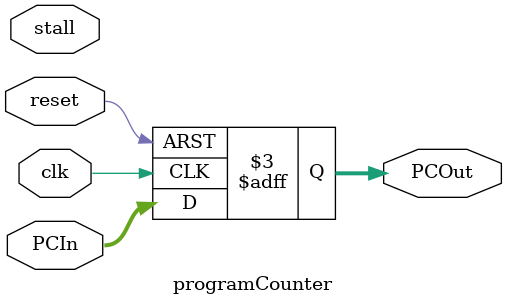
<source format=v>
`timescale 1ns / 1ps

module programCounter(
input clk,
input reset,
input [63:0] PCIn,
input stall,
output reg [63:0] PCOut);

initial PCOut = 64'd0;
always @ (posedge clk or posedge reset) begin
    if(reset) begin PCOut = 64'b0; end 
    else begin 
//        if(!stall) begin 
        PCOut = PCIn; 
//        end
    end
	end
endmodule
</source>
